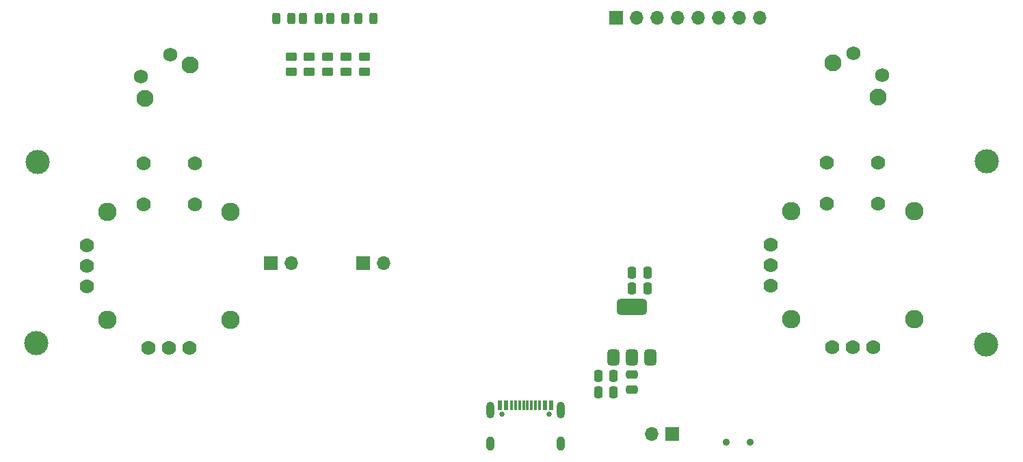
<source format=gbr>
%TF.GenerationSoftware,KiCad,Pcbnew,9.0.0*%
%TF.CreationDate,2025-04-24T22:15:06+07:00*%
%TF.ProjectId,Controll_,436f6e74-726f-46c6-9cbb-2e6b69636164,rev?*%
%TF.SameCoordinates,Original*%
%TF.FileFunction,Soldermask,Bot*%
%TF.FilePolarity,Negative*%
%FSLAX46Y46*%
G04 Gerber Fmt 4.6, Leading zero omitted, Abs format (unit mm)*
G04 Created by KiCad (PCBNEW 9.0.0) date 2025-04-24 22:15:06*
%MOMM*%
%LPD*%
G01*
G04 APERTURE LIST*
G04 Aperture macros list*
%AMRoundRect*
0 Rectangle with rounded corners*
0 $1 Rounding radius*
0 $2 $3 $4 $5 $6 $7 $8 $9 X,Y pos of 4 corners*
0 Add a 4 corners polygon primitive as box body*
4,1,4,$2,$3,$4,$5,$6,$7,$8,$9,$2,$3,0*
0 Add four circle primitives for the rounded corners*
1,1,$1+$1,$2,$3*
1,1,$1+$1,$4,$5*
1,1,$1+$1,$6,$7*
1,1,$1+$1,$8,$9*
0 Add four rect primitives between the rounded corners*
20,1,$1+$1,$2,$3,$4,$5,0*
20,1,$1+$1,$4,$5,$6,$7,0*
20,1,$1+$1,$6,$7,$8,$9,0*
20,1,$1+$1,$8,$9,$2,$3,0*%
G04 Aperture macros list end*
%ADD10C,2.100000*%
%ADD11C,1.750000*%
%ADD12C,1.778000*%
%ADD13C,2.286000*%
%ADD14C,3.000000*%
%ADD15C,0.900000*%
%ADD16R,1.700000X1.700000*%
%ADD17O,1.700000X1.700000*%
%ADD18RoundRect,0.250000X-0.475000X0.250000X-0.475000X-0.250000X0.475000X-0.250000X0.475000X0.250000X0*%
%ADD19RoundRect,0.250000X0.250000X0.475000X-0.250000X0.475000X-0.250000X-0.475000X0.250000X-0.475000X0*%
%ADD20RoundRect,0.250000X-0.450000X0.262500X-0.450000X-0.262500X0.450000X-0.262500X0.450000X0.262500X0*%
%ADD21RoundRect,0.250000X-0.250000X-0.475000X0.250000X-0.475000X0.250000X0.475000X-0.250000X0.475000X0*%
%ADD22RoundRect,0.243750X-0.243750X-0.456250X0.243750X-0.456250X0.243750X0.456250X-0.243750X0.456250X0*%
%ADD23C,0.650000*%
%ADD24R,0.600000X1.240000*%
%ADD25R,0.300000X1.240000*%
%ADD26O,1.000000X1.800000*%
%ADD27O,1.000000X2.100000*%
%ADD28RoundRect,0.375000X0.375000X-0.625000X0.375000X0.625000X-0.375000X0.625000X-0.375000X-0.625000X0*%
%ADD29RoundRect,0.500000X1.400000X-0.500000X1.400000X0.500000X-1.400000X0.500000X-1.400000X-0.500000X0*%
G04 APERTURE END LIST*
D10*
%TO.C,SW6*%
X92176565Y-68393723D03*
X97775000Y-64175000D03*
D11*
X91676340Y-65652852D03*
X95270201Y-62944684D03*
%TD*%
D12*
%TO.C,U1*%
X91955000Y-76382500D03*
X98305000Y-76382500D03*
X91955000Y-81462500D03*
X98305000Y-81462500D03*
X92590000Y-99242500D03*
X95130000Y-99242500D03*
X97670000Y-99242500D03*
D13*
X87510000Y-82415000D03*
X87510000Y-95750000D03*
X102750000Y-95750000D03*
X102750000Y-82415000D03*
D12*
X84970000Y-86542500D03*
X84970000Y-89082500D03*
X84970000Y-91622500D03*
%TD*%
D10*
%TO.C,SW7*%
X177350000Y-63975000D03*
X182948434Y-68193724D03*
D11*
X179846813Y-62738667D03*
X183440673Y-65446834D03*
%TD*%
D14*
%TO.C,H1*%
X196275000Y-98800000D03*
%TD*%
%TO.C,H6*%
X78725000Y-98675000D03*
%TD*%
D15*
%TO.C,SW1*%
X164125000Y-110925000D03*
X167125000Y-110925000D03*
%TD*%
D16*
%TO.C,J2*%
X150475000Y-58375000D03*
D17*
X153015000Y-58375000D03*
X155555000Y-58375000D03*
X158095000Y-58375000D03*
X160635000Y-58375000D03*
X163175000Y-58375000D03*
X165715000Y-58375000D03*
X168255000Y-58375000D03*
%TD*%
D14*
%TO.C,H7*%
X78825000Y-76200000D03*
%TD*%
%TO.C,H5*%
X196350000Y-76175000D03*
%TD*%
D12*
%TO.C,U2*%
X176575000Y-76300000D03*
X182925000Y-76300000D03*
X176575000Y-81380000D03*
X182925000Y-81380000D03*
X177210000Y-99160000D03*
X179750000Y-99160000D03*
X182290000Y-99160000D03*
D13*
X172130000Y-82332500D03*
X172130000Y-95667500D03*
X187370000Y-95667500D03*
X187370000Y-82332500D03*
D12*
X169590000Y-86460000D03*
X169590000Y-89000000D03*
X169590000Y-91540000D03*
%TD*%
D18*
%TO.C,C6*%
X152440000Y-102520000D03*
X152440000Y-104420000D03*
%TD*%
D16*
%TO.C,J1*%
X157400000Y-109950000D03*
D17*
X154860000Y-109950000D03*
%TD*%
D16*
%TO.C,J6*%
X119150000Y-88775000D03*
D17*
X121690000Y-88775000D03*
%TD*%
D19*
%TO.C,C2*%
X150150000Y-102760000D03*
X148250000Y-102760000D03*
%TD*%
D20*
%TO.C,R4*%
X117050000Y-63187500D03*
X117050000Y-65012500D03*
%TD*%
D19*
%TO.C,C1*%
X150150000Y-104740000D03*
X148250000Y-104740000D03*
%TD*%
D20*
%TO.C,R1*%
X110250000Y-63190000D03*
X110250000Y-65015000D03*
%TD*%
D21*
%TO.C,C4*%
X152460000Y-89950000D03*
X154360000Y-89950000D03*
%TD*%
D22*
%TO.C,D4*%
X118537500Y-58452500D03*
X120412500Y-58452500D03*
%TD*%
D20*
%TO.C,R3*%
X114775000Y-63190000D03*
X114775000Y-65015000D03*
%TD*%
D23*
%TO.C,P2*%
X142165000Y-107455000D03*
X136385000Y-107455000D03*
D24*
X142475000Y-106335000D03*
X141675000Y-106335000D03*
D25*
X140525000Y-106335000D03*
X139525000Y-106335000D03*
X139025000Y-106335000D03*
X138025000Y-106335000D03*
D24*
X136875000Y-106335000D03*
X136075000Y-106335000D03*
X136075000Y-106335000D03*
X136875000Y-106335000D03*
D25*
X137525000Y-106335000D03*
X138525000Y-106335000D03*
X140025000Y-106335000D03*
X141025000Y-106335000D03*
D24*
X141675000Y-106335000D03*
X142475000Y-106335000D03*
D26*
X143595000Y-111135000D03*
D27*
X143595000Y-106935000D03*
D26*
X134955000Y-111135000D03*
D27*
X134955000Y-106935000D03*
%TD*%
D16*
%TO.C,J5*%
X107700000Y-88775000D03*
D17*
X110240000Y-88775000D03*
%TD*%
D20*
%TO.C,R2*%
X112475000Y-63190000D03*
X112475000Y-65015000D03*
%TD*%
D22*
%TO.C,D1*%
X108375000Y-58477500D03*
X110250000Y-58477500D03*
%TD*%
%TO.C,D3*%
X115112500Y-58452500D03*
X116987500Y-58452500D03*
%TD*%
D21*
%TO.C,C3*%
X152450000Y-91910000D03*
X154350000Y-91910000D03*
%TD*%
D28*
%TO.C,U3*%
X154750000Y-100475000D03*
X152450000Y-100475000D03*
D29*
X152450000Y-94175000D03*
D28*
X150150000Y-100475000D03*
%TD*%
D22*
%TO.C,D2*%
X111750000Y-58477500D03*
X113625000Y-58477500D03*
%TD*%
D20*
%TO.C,R5*%
X119325000Y-63190000D03*
X119325000Y-65015000D03*
%TD*%
M02*

</source>
